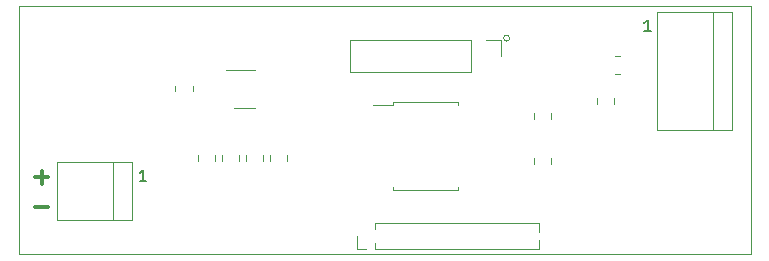
<source format=gto>
G04 #@! TF.GenerationSoftware,KiCad,Pcbnew,(6.0.6)*
G04 #@! TF.CreationDate,2023-04-02T13:36:09+02:00*
G04 #@! TF.ProjectId,LampeSolairePetite,4c616d70-6553-46f6-9c61-697265506574,R00*
G04 #@! TF.SameCoordinates,Original*
G04 #@! TF.FileFunction,Legend,Top*
G04 #@! TF.FilePolarity,Positive*
%FSLAX46Y46*%
G04 Gerber Fmt 4.6, Leading zero omitted, Abs format (unit mm)*
G04 Created by KiCad (PCBNEW (6.0.6)) date 2023-04-02 13:36:09*
%MOMM*%
%LPD*%
G01*
G04 APERTURE LIST*
%ADD10C,0.120000*%
G04 #@! TA.AperFunction,Profile*
%ADD11C,0.050000*%
G04 #@! TD*
%ADD12C,0.300000*%
%ADD13C,0.150000*%
G04 APERTURE END LIST*
D10*
X131572000Y-74676000D02*
G75*
G03*
X131572000Y-74676000I-254000J0D01*
G01*
D11*
X90000000Y-72000000D02*
X152000000Y-72000000D01*
X152000000Y-72000000D02*
X152000000Y-93000000D01*
X152000000Y-93000000D02*
X90000000Y-93000000D01*
X90000000Y-93000000D02*
X90000000Y-72000000D01*
D12*
X91376571Y-86467142D02*
X92519428Y-86467142D01*
X91948000Y-87038571D02*
X91948000Y-85895714D01*
X91376571Y-89007142D02*
X92519428Y-89007142D01*
D13*
X100805714Y-86812380D02*
X100234285Y-86812380D01*
X100520000Y-86812380D02*
X100520000Y-85812380D01*
X100424761Y-85955238D01*
X100329523Y-86050476D01*
X100234285Y-86098095D01*
X143541714Y-74112380D02*
X142970285Y-74112380D01*
X143256000Y-74112380D02*
X143256000Y-73112380D01*
X143160761Y-73255238D01*
X143065523Y-73350476D01*
X142970285Y-73398095D01*
D10*
X133631000Y-84862936D02*
X133631000Y-85317064D01*
X135101000Y-84862936D02*
X135101000Y-85317064D01*
X121700000Y-87530000D02*
X121700000Y-87255000D01*
X124460000Y-80110000D02*
X121700000Y-80110000D01*
X127220000Y-80110000D02*
X127220000Y-80385000D01*
X124460000Y-87530000D02*
X121700000Y-87530000D01*
X124460000Y-80110000D02*
X127220000Y-80110000D01*
X124460000Y-87530000D02*
X127220000Y-87530000D01*
X127220000Y-87530000D02*
X127220000Y-87255000D01*
X121700000Y-80110000D02*
X121700000Y-80385000D01*
X121700000Y-80385000D02*
X120010000Y-80385000D01*
X105183000Y-84608936D02*
X105183000Y-85063064D01*
X106653000Y-84608936D02*
X106653000Y-85063064D01*
X93270000Y-85160000D02*
X99620000Y-85160000D01*
X93270000Y-90100000D02*
X93270000Y-85160000D01*
X93270000Y-90100000D02*
X99620000Y-90100000D01*
X99620000Y-85160000D02*
X99620000Y-90100000D01*
X98020000Y-85160000D02*
X98020000Y-90100000D01*
X108193000Y-80582500D02*
X109993000Y-80582500D01*
X109993000Y-77362500D02*
X107543000Y-77362500D01*
X103278000Y-78745436D02*
X103278000Y-79199564D01*
X104748000Y-78745436D02*
X104748000Y-79199564D01*
X109247000Y-84608936D02*
X109247000Y-85063064D01*
X110717000Y-84608936D02*
X110717000Y-85063064D01*
X120140000Y-90876529D02*
X120140000Y-90330000D01*
X134045000Y-91132470D02*
X134045000Y-90330000D01*
X120140000Y-92550000D02*
X134045000Y-92550000D01*
X118620000Y-92550000D02*
X118620000Y-91440000D01*
X120140000Y-92550000D02*
X120140000Y-92003471D01*
X119380000Y-92550000D02*
X118620000Y-92550000D01*
X120140000Y-90330000D02*
X134045000Y-90330000D01*
X134045000Y-92550000D02*
X134045000Y-91747530D01*
X118045000Y-74870000D02*
X118045000Y-77530000D01*
X130865000Y-74870000D02*
X130865000Y-76200000D01*
X128265000Y-74870000D02*
X118045000Y-74870000D01*
X129535000Y-74870000D02*
X130865000Y-74870000D01*
X128265000Y-77530000D02*
X118045000Y-77530000D01*
X128265000Y-74870000D02*
X128265000Y-77530000D01*
X144070000Y-82480000D02*
X144070000Y-72460000D01*
X148820000Y-72460000D02*
X148820000Y-82480000D01*
X150420000Y-72460000D02*
X150420000Y-82480000D01*
X144070000Y-82480000D02*
X150420000Y-82480000D01*
X144070000Y-72460000D02*
X150420000Y-72460000D01*
X140943064Y-76227000D02*
X140488936Y-76227000D01*
X140943064Y-77697000D02*
X140488936Y-77697000D01*
X135101000Y-81052936D02*
X135101000Y-81507064D01*
X133631000Y-81052936D02*
X133631000Y-81507064D01*
X107215000Y-84608936D02*
X107215000Y-85063064D01*
X108685000Y-84608936D02*
X108685000Y-85063064D01*
X140435000Y-79782936D02*
X140435000Y-80237064D01*
X138965000Y-79782936D02*
X138965000Y-80237064D01*
X111279000Y-84608936D02*
X111279000Y-85063064D01*
X112749000Y-84608936D02*
X112749000Y-85063064D01*
M02*

</source>
